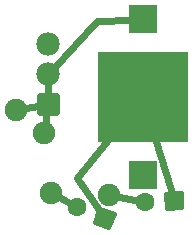
<source format=gtl>
G04 MADE WITH FRITZING*
G04 WWW.FRITZING.ORG*
G04 DOUBLE SIDED*
G04 HOLES PLATED*
G04 CONTOUR ON CENTER OF CONTOUR VECTOR*
%ASAXBY*%
%FSLAX23Y23*%
%MOIN*%
%OFA0B0*%
%SFA1.0B1.0*%
%ADD10C,0.078000*%
%ADD11C,0.093000*%
%ADD12C,0.075000*%
%ADD13C,0.062992*%
%ADD14R,0.299999X0.300000*%
%ADD15C,0.024000*%
%ADD16C,0.020000*%
%ADD17C,0.015748*%
%ADD18R,0.001000X0.001000*%
%LNCOPPER1*%
G90*
G70*
G54D10*
X174Y442D03*
X174Y542D03*
X174Y642D03*
G54D11*
X489Y726D03*
X489Y206D03*
X489Y726D03*
X489Y206D03*
G54D12*
X161Y347D03*
X377Y139D03*
X66Y424D03*
X184Y148D03*
G54D13*
X361Y63D03*
X270Y100D03*
X593Y123D03*
X495Y116D03*
G54D14*
X489Y466D03*
G54D15*
X174Y461D02*
X174Y523D01*
D02*
X155Y439D02*
X84Y427D01*
D02*
X336Y720D02*
X452Y724D01*
D02*
X187Y556D02*
X336Y720D01*
D02*
X163Y364D02*
X171Y423D01*
D02*
X256Y108D02*
X199Y139D01*
D02*
X270Y197D02*
X352Y76D01*
D02*
X413Y373D02*
X270Y197D01*
D02*
X480Y119D02*
X394Y135D01*
D02*
X524Y351D02*
X589Y138D01*
G54D16*
X145Y413D02*
X145Y471D01*
X203Y471D01*
X203Y413D01*
X145Y413D01*
D02*
G54D17*
X348Y94D02*
X392Y77D01*
X374Y33D01*
X330Y50D01*
X348Y94D01*
D02*
X568Y144D02*
X615Y148D01*
X618Y101D01*
X571Y97D01*
X568Y144D01*
D02*
G54D18*
X443Y772D02*
X535Y772D01*
X443Y771D02*
X535Y771D01*
X443Y770D02*
X535Y770D01*
X443Y769D02*
X535Y769D01*
X443Y768D02*
X535Y768D01*
X443Y767D02*
X535Y767D01*
X443Y766D02*
X535Y766D01*
X443Y765D02*
X535Y765D01*
X443Y764D02*
X535Y764D01*
X443Y763D02*
X535Y763D01*
X443Y762D02*
X488Y762D01*
X490Y762D02*
X535Y762D01*
X443Y761D02*
X480Y761D01*
X498Y761D02*
X535Y761D01*
X443Y760D02*
X477Y760D01*
X501Y760D02*
X535Y760D01*
X443Y759D02*
X474Y759D01*
X504Y759D02*
X535Y759D01*
X443Y758D02*
X472Y758D01*
X506Y758D02*
X535Y758D01*
X443Y757D02*
X470Y757D01*
X508Y757D02*
X535Y757D01*
X443Y756D02*
X468Y756D01*
X510Y756D02*
X535Y756D01*
X443Y755D02*
X467Y755D01*
X511Y755D02*
X535Y755D01*
X443Y754D02*
X466Y754D01*
X512Y754D02*
X535Y754D01*
X443Y753D02*
X464Y753D01*
X513Y753D02*
X535Y753D01*
X443Y752D02*
X463Y752D01*
X515Y752D02*
X535Y752D01*
X443Y751D02*
X462Y751D01*
X516Y751D02*
X535Y751D01*
X443Y750D02*
X461Y750D01*
X516Y750D02*
X535Y750D01*
X443Y749D02*
X461Y749D01*
X517Y749D02*
X535Y749D01*
X443Y748D02*
X460Y748D01*
X518Y748D02*
X535Y748D01*
X443Y747D02*
X459Y747D01*
X519Y747D02*
X535Y747D01*
X443Y746D02*
X458Y746D01*
X520Y746D02*
X535Y746D01*
X443Y745D02*
X458Y745D01*
X520Y745D02*
X535Y745D01*
X443Y744D02*
X457Y744D01*
X521Y744D02*
X535Y744D01*
X443Y743D02*
X456Y743D01*
X521Y743D02*
X535Y743D01*
X443Y742D02*
X456Y742D01*
X522Y742D02*
X535Y742D01*
X443Y741D02*
X455Y741D01*
X522Y741D02*
X535Y741D01*
X443Y740D02*
X455Y740D01*
X523Y740D02*
X535Y740D01*
X443Y739D02*
X455Y739D01*
X523Y739D02*
X535Y739D01*
X443Y738D02*
X454Y738D01*
X524Y738D02*
X535Y738D01*
X443Y737D02*
X454Y737D01*
X524Y737D02*
X535Y737D01*
X443Y736D02*
X454Y736D01*
X524Y736D02*
X535Y736D01*
X443Y735D02*
X453Y735D01*
X525Y735D02*
X535Y735D01*
X443Y734D02*
X453Y734D01*
X525Y734D02*
X535Y734D01*
X443Y733D02*
X453Y733D01*
X525Y733D02*
X535Y733D01*
X443Y732D02*
X453Y732D01*
X525Y732D02*
X535Y732D01*
X443Y731D02*
X452Y731D01*
X525Y731D02*
X535Y731D01*
X443Y730D02*
X452Y730D01*
X526Y730D02*
X535Y730D01*
X443Y729D02*
X452Y729D01*
X526Y729D02*
X535Y729D01*
X443Y728D02*
X452Y728D01*
X526Y728D02*
X535Y728D01*
X443Y727D02*
X452Y727D01*
X526Y727D02*
X535Y727D01*
X443Y726D02*
X452Y726D01*
X526Y726D02*
X535Y726D01*
X443Y725D02*
X452Y725D01*
X526Y725D02*
X535Y725D01*
X443Y724D02*
X452Y724D01*
X526Y724D02*
X535Y724D01*
X443Y723D02*
X452Y723D01*
X526Y723D02*
X535Y723D01*
X443Y722D02*
X452Y722D01*
X526Y722D02*
X535Y722D01*
X443Y721D02*
X452Y721D01*
X526Y721D02*
X535Y721D01*
X443Y720D02*
X452Y720D01*
X525Y720D02*
X535Y720D01*
X443Y719D02*
X453Y719D01*
X525Y719D02*
X535Y719D01*
X443Y718D02*
X453Y718D01*
X525Y718D02*
X535Y718D01*
X443Y717D02*
X453Y717D01*
X525Y717D02*
X535Y717D01*
X443Y716D02*
X453Y716D01*
X525Y716D02*
X535Y716D01*
X443Y715D02*
X454Y715D01*
X524Y715D02*
X535Y715D01*
X443Y714D02*
X454Y714D01*
X524Y714D02*
X535Y714D01*
X443Y713D02*
X454Y713D01*
X524Y713D02*
X535Y713D01*
X443Y712D02*
X455Y712D01*
X523Y712D02*
X535Y712D01*
X443Y711D02*
X455Y711D01*
X523Y711D02*
X535Y711D01*
X443Y710D02*
X456Y710D01*
X522Y710D02*
X535Y710D01*
X443Y709D02*
X456Y709D01*
X522Y709D02*
X535Y709D01*
X443Y708D02*
X457Y708D01*
X521Y708D02*
X535Y708D01*
X443Y707D02*
X457Y707D01*
X521Y707D02*
X535Y707D01*
X443Y706D02*
X458Y706D01*
X520Y706D02*
X535Y706D01*
X443Y705D02*
X458Y705D01*
X520Y705D02*
X535Y705D01*
X443Y704D02*
X459Y704D01*
X519Y704D02*
X535Y704D01*
X443Y703D02*
X460Y703D01*
X518Y703D02*
X535Y703D01*
X443Y702D02*
X461Y702D01*
X517Y702D02*
X535Y702D01*
X443Y701D02*
X462Y701D01*
X516Y701D02*
X535Y701D01*
X443Y700D02*
X462Y700D01*
X515Y700D02*
X535Y700D01*
X443Y699D02*
X464Y699D01*
X514Y699D02*
X535Y699D01*
X443Y698D02*
X465Y698D01*
X513Y698D02*
X535Y698D01*
X443Y697D02*
X466Y697D01*
X512Y697D02*
X535Y697D01*
X443Y696D02*
X467Y696D01*
X511Y696D02*
X535Y696D01*
X443Y695D02*
X469Y695D01*
X509Y695D02*
X535Y695D01*
X443Y694D02*
X470Y694D01*
X508Y694D02*
X535Y694D01*
X443Y693D02*
X472Y693D01*
X506Y693D02*
X535Y693D01*
X443Y692D02*
X474Y692D01*
X504Y692D02*
X535Y692D01*
X443Y691D02*
X477Y691D01*
X501Y691D02*
X535Y691D01*
X443Y690D02*
X481Y690D01*
X497Y690D02*
X535Y690D01*
X443Y689D02*
X535Y689D01*
X443Y688D02*
X535Y688D01*
X443Y687D02*
X535Y687D01*
X443Y686D02*
X535Y686D01*
X443Y685D02*
X535Y685D01*
X443Y684D02*
X535Y684D01*
X443Y683D02*
X535Y683D01*
X443Y682D02*
X535Y682D01*
X443Y681D02*
X535Y681D01*
X443Y680D02*
X535Y680D01*
X443Y252D02*
X535Y252D01*
X443Y251D02*
X535Y251D01*
X443Y250D02*
X535Y250D01*
X443Y249D02*
X535Y249D01*
X443Y248D02*
X535Y248D01*
X443Y247D02*
X535Y247D01*
X443Y246D02*
X535Y246D01*
X443Y245D02*
X535Y245D01*
X443Y244D02*
X535Y244D01*
X443Y243D02*
X535Y243D01*
X443Y242D02*
X483Y242D01*
X495Y242D02*
X535Y242D01*
X443Y241D02*
X478Y241D01*
X500Y241D02*
X535Y241D01*
X443Y240D02*
X475Y240D01*
X503Y240D02*
X535Y240D01*
X443Y239D02*
X473Y239D01*
X505Y239D02*
X535Y239D01*
X443Y238D02*
X471Y238D01*
X507Y238D02*
X535Y238D01*
X443Y237D02*
X469Y237D01*
X509Y237D02*
X535Y237D01*
X443Y236D02*
X468Y236D01*
X510Y236D02*
X535Y236D01*
X443Y235D02*
X466Y235D01*
X512Y235D02*
X535Y235D01*
X443Y234D02*
X465Y234D01*
X513Y234D02*
X535Y234D01*
X443Y233D02*
X464Y233D01*
X514Y233D02*
X535Y233D01*
X443Y232D02*
X463Y232D01*
X515Y232D02*
X535Y232D01*
X443Y231D02*
X462Y231D01*
X516Y231D02*
X535Y231D01*
X443Y230D02*
X461Y230D01*
X517Y230D02*
X535Y230D01*
X443Y229D02*
X460Y229D01*
X518Y229D02*
X535Y229D01*
X443Y228D02*
X459Y228D01*
X519Y228D02*
X535Y228D01*
X443Y227D02*
X459Y227D01*
X519Y227D02*
X535Y227D01*
X443Y226D02*
X458Y226D01*
X520Y226D02*
X535Y226D01*
X443Y225D02*
X457Y225D01*
X521Y225D02*
X535Y225D01*
X443Y224D02*
X457Y224D01*
X521Y224D02*
X535Y224D01*
X443Y223D02*
X456Y223D01*
X522Y223D02*
X535Y223D01*
X443Y222D02*
X456Y222D01*
X522Y222D02*
X535Y222D01*
X443Y221D02*
X455Y221D01*
X523Y221D02*
X535Y221D01*
X443Y220D02*
X455Y220D01*
X523Y220D02*
X535Y220D01*
X443Y219D02*
X454Y219D01*
X524Y219D02*
X535Y219D01*
X443Y218D02*
X454Y218D01*
X524Y218D02*
X535Y218D01*
X443Y217D02*
X454Y217D01*
X524Y217D02*
X535Y217D01*
X443Y216D02*
X453Y216D01*
X525Y216D02*
X535Y216D01*
X443Y215D02*
X453Y215D01*
X525Y215D02*
X535Y215D01*
X443Y214D02*
X453Y214D01*
X525Y214D02*
X535Y214D01*
X443Y213D02*
X453Y213D01*
X525Y213D02*
X535Y213D01*
X443Y212D02*
X453Y212D01*
X525Y212D02*
X535Y212D01*
X443Y211D02*
X452Y211D01*
X526Y211D02*
X535Y211D01*
X443Y210D02*
X452Y210D01*
X526Y210D02*
X535Y210D01*
X443Y209D02*
X452Y209D01*
X526Y209D02*
X535Y209D01*
X443Y208D02*
X452Y208D01*
X526Y208D02*
X535Y208D01*
X443Y207D02*
X452Y207D01*
X526Y207D02*
X535Y207D01*
X443Y206D02*
X452Y206D01*
X526Y206D02*
X535Y206D01*
X443Y205D02*
X452Y205D01*
X526Y205D02*
X535Y205D01*
X443Y204D02*
X452Y204D01*
X526Y204D02*
X535Y204D01*
X443Y203D02*
X452Y203D01*
X526Y203D02*
X535Y203D01*
X443Y202D02*
X452Y202D01*
X526Y202D02*
X535Y202D01*
X443Y201D02*
X452Y201D01*
X526Y201D02*
X535Y201D01*
X443Y200D02*
X453Y200D01*
X525Y200D02*
X535Y200D01*
X443Y199D02*
X453Y199D01*
X525Y199D02*
X535Y199D01*
X443Y198D02*
X453Y198D01*
X525Y198D02*
X535Y198D01*
X443Y197D02*
X453Y197D01*
X525Y197D02*
X535Y197D01*
X443Y196D02*
X453Y196D01*
X524Y196D02*
X535Y196D01*
X443Y195D02*
X454Y195D01*
X524Y195D02*
X535Y195D01*
X443Y194D02*
X454Y194D01*
X524Y194D02*
X535Y194D01*
X443Y193D02*
X454Y193D01*
X523Y193D02*
X535Y193D01*
X443Y192D02*
X455Y192D01*
X523Y192D02*
X535Y192D01*
X443Y191D02*
X455Y191D01*
X523Y191D02*
X535Y191D01*
X443Y190D02*
X456Y190D01*
X522Y190D02*
X535Y190D01*
X443Y189D02*
X456Y189D01*
X522Y189D02*
X535Y189D01*
X443Y188D02*
X457Y188D01*
X521Y188D02*
X535Y188D01*
X443Y187D02*
X457Y187D01*
X521Y187D02*
X535Y187D01*
X443Y186D02*
X458Y186D01*
X520Y186D02*
X535Y186D01*
X443Y185D02*
X459Y185D01*
X519Y185D02*
X535Y185D01*
X443Y184D02*
X459Y184D01*
X518Y184D02*
X535Y184D01*
X443Y183D02*
X460Y183D01*
X518Y183D02*
X535Y183D01*
X443Y182D02*
X461Y182D01*
X517Y182D02*
X535Y182D01*
X443Y181D02*
X462Y181D01*
X516Y181D02*
X535Y181D01*
X443Y180D02*
X463Y180D01*
X515Y180D02*
X535Y180D01*
X443Y179D02*
X464Y179D01*
X514Y179D02*
X535Y179D01*
X443Y178D02*
X465Y178D01*
X513Y178D02*
X535Y178D01*
X443Y177D02*
X467Y177D01*
X511Y177D02*
X535Y177D01*
X443Y176D02*
X468Y176D01*
X510Y176D02*
X535Y176D01*
X443Y175D02*
X469Y175D01*
X508Y175D02*
X535Y175D01*
X443Y174D02*
X471Y174D01*
X507Y174D02*
X535Y174D01*
X443Y173D02*
X473Y173D01*
X505Y173D02*
X535Y173D01*
X443Y172D02*
X476Y172D01*
X502Y172D02*
X535Y172D01*
X443Y171D02*
X479Y171D01*
X499Y171D02*
X535Y171D01*
X443Y170D02*
X483Y170D01*
X495Y170D02*
X535Y170D01*
X443Y169D02*
X535Y169D01*
X443Y168D02*
X535Y168D01*
X443Y167D02*
X535Y167D01*
X443Y166D02*
X535Y166D01*
X443Y165D02*
X535Y165D01*
X443Y164D02*
X535Y164D01*
X443Y163D02*
X535Y163D01*
X443Y162D02*
X535Y162D01*
X443Y161D02*
X535Y161D01*
X443Y160D02*
X535Y160D01*
D02*
G04 End of Copper1*
M02*
</source>
